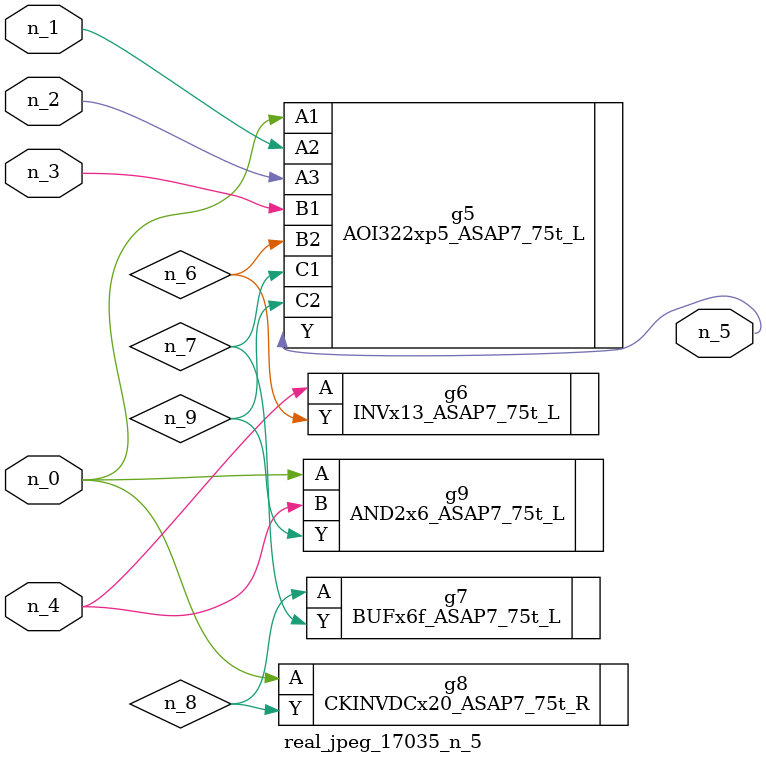
<source format=v>
module real_jpeg_17035_n_5 (n_4, n_0, n_1, n_2, n_3, n_5);

input n_4;
input n_0;
input n_1;
input n_2;
input n_3;

output n_5;

wire n_8;
wire n_6;
wire n_7;
wire n_9;

AOI322xp5_ASAP7_75t_L g5 ( 
.A1(n_0),
.A2(n_1),
.A3(n_2),
.B1(n_3),
.B2(n_6),
.C1(n_7),
.C2(n_9),
.Y(n_5)
);

CKINVDCx20_ASAP7_75t_R g8 ( 
.A(n_0),
.Y(n_8)
);

AND2x6_ASAP7_75t_L g9 ( 
.A(n_0),
.B(n_4),
.Y(n_9)
);

INVx13_ASAP7_75t_L g6 ( 
.A(n_4),
.Y(n_6)
);

BUFx6f_ASAP7_75t_L g7 ( 
.A(n_8),
.Y(n_7)
);


endmodule
</source>
